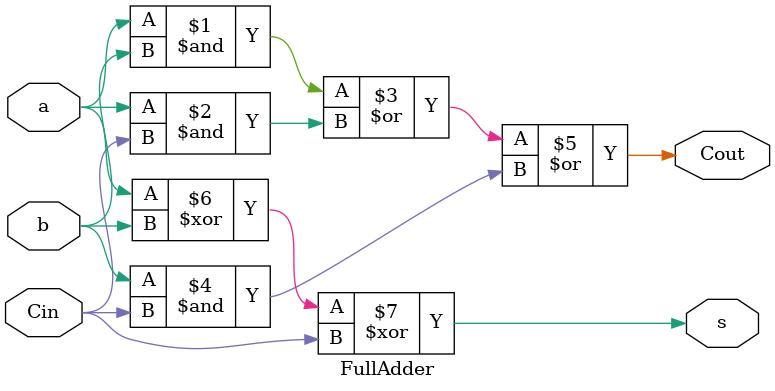
<source format=v>
module FullAdder(
    input a,
    input b,
    input Cin,
    output s,
    output Cout
    );
    assign Cout = a & b | a & Cin | b & Cin;  
    assign s = a ^ b ^ Cin;
    
    endmodule
</source>
